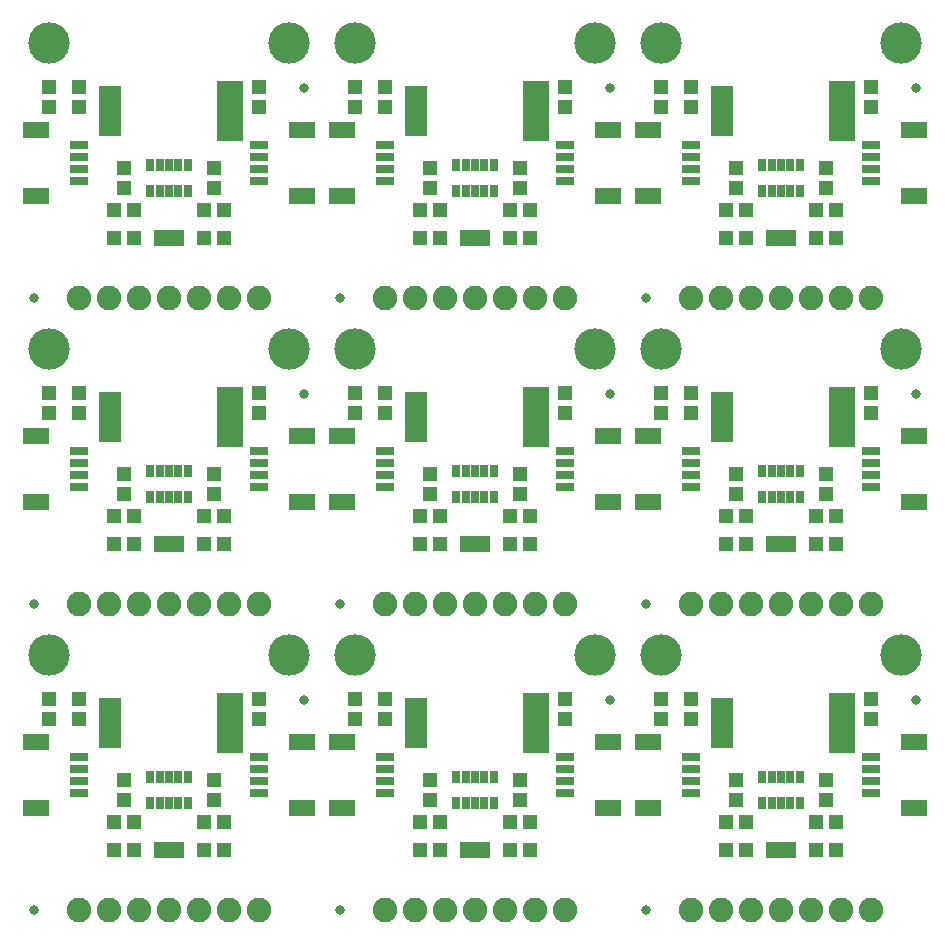
<source format=gts>
G75*
%MOIN*%
%OFA0B0*%
%FSLAX25Y25*%
%IPPOS*%
%LPD*%
%AMOC8*
5,1,8,0,0,1.08239X$1,22.5*
%
%ADD10R,0.08674X0.05524*%
%ADD11R,0.06115X0.03162*%
%ADD12R,0.05131X0.04737*%
%ADD13R,0.03300X0.05800*%
%ADD14C,0.13800*%
%ADD15C,0.03300*%
%ADD16C,0.08200*%
%ADD17R,0.08674X0.20485*%
%ADD18R,0.07493X0.16548*%
%ADD19R,0.02769X0.03950*%
%ADD20R,0.04737X0.05131*%
D10*
X0032031Y0065476D03*
X0032031Y0087524D03*
X0032031Y0167476D03*
X0032031Y0189524D03*
X0032031Y0269476D03*
X0032031Y0291524D03*
X0120969Y0291524D03*
X0134031Y0291524D03*
X0134031Y0269476D03*
X0120969Y0269476D03*
X0120969Y0189524D03*
X0134031Y0189524D03*
X0134031Y0167476D03*
X0120969Y0167476D03*
X0120969Y0087524D03*
X0134031Y0087524D03*
X0134031Y0065476D03*
X0120969Y0065476D03*
X0222969Y0065476D03*
X0236031Y0065476D03*
X0236031Y0087524D03*
X0222969Y0087524D03*
X0222969Y0167476D03*
X0236031Y0167476D03*
X0236031Y0189524D03*
X0222969Y0189524D03*
X0222969Y0269476D03*
X0236031Y0269476D03*
X0236031Y0291524D03*
X0222969Y0291524D03*
X0324969Y0291524D03*
X0324969Y0269476D03*
X0324969Y0189524D03*
X0324969Y0167476D03*
X0324969Y0087524D03*
X0324969Y0065476D03*
D11*
X0310500Y0070594D03*
X0310500Y0074531D03*
X0310500Y0078469D03*
X0310500Y0082406D03*
X0250500Y0082406D03*
X0250500Y0078469D03*
X0250500Y0074531D03*
X0250500Y0070594D03*
X0208500Y0070594D03*
X0208500Y0074531D03*
X0208500Y0078469D03*
X0208500Y0082406D03*
X0148500Y0082406D03*
X0148500Y0078469D03*
X0148500Y0074531D03*
X0148500Y0070594D03*
X0106500Y0070594D03*
X0106500Y0074531D03*
X0106500Y0078469D03*
X0106500Y0082406D03*
X0046500Y0082406D03*
X0046500Y0078469D03*
X0046500Y0074531D03*
X0046500Y0070594D03*
X0046500Y0172594D03*
X0046500Y0176531D03*
X0046500Y0180469D03*
X0046500Y0184406D03*
X0106500Y0184406D03*
X0106500Y0180469D03*
X0106500Y0176531D03*
X0106500Y0172594D03*
X0148500Y0172594D03*
X0148500Y0176531D03*
X0148500Y0180469D03*
X0148500Y0184406D03*
X0208500Y0184406D03*
X0208500Y0180469D03*
X0208500Y0176531D03*
X0208500Y0172594D03*
X0250500Y0172594D03*
X0250500Y0176531D03*
X0250500Y0180469D03*
X0250500Y0184406D03*
X0310500Y0184406D03*
X0310500Y0180469D03*
X0310500Y0176531D03*
X0310500Y0172594D03*
X0310500Y0274594D03*
X0310500Y0278531D03*
X0310500Y0282469D03*
X0310500Y0286406D03*
X0250500Y0286406D03*
X0250500Y0282469D03*
X0250500Y0278531D03*
X0250500Y0274594D03*
X0208500Y0274594D03*
X0208500Y0278531D03*
X0208500Y0282469D03*
X0208500Y0286406D03*
X0148500Y0286406D03*
X0148500Y0282469D03*
X0148500Y0278531D03*
X0148500Y0274594D03*
X0106500Y0274594D03*
X0106500Y0278531D03*
X0106500Y0282469D03*
X0106500Y0286406D03*
X0046500Y0286406D03*
X0046500Y0282469D03*
X0046500Y0278531D03*
X0046500Y0274594D03*
D12*
X0058154Y0265000D03*
X0064846Y0265000D03*
X0064846Y0255500D03*
X0058154Y0255500D03*
X0088154Y0255500D03*
X0094846Y0255500D03*
X0094846Y0265000D03*
X0088154Y0265000D03*
X0160154Y0265000D03*
X0166846Y0265000D03*
X0166846Y0255500D03*
X0160154Y0255500D03*
X0190154Y0255500D03*
X0196846Y0255500D03*
X0196846Y0265000D03*
X0190154Y0265000D03*
X0262154Y0265000D03*
X0268846Y0265000D03*
X0268846Y0255500D03*
X0262154Y0255500D03*
X0292154Y0255500D03*
X0298846Y0255500D03*
X0298846Y0265000D03*
X0292154Y0265000D03*
X0292154Y0163000D03*
X0298846Y0163000D03*
X0298846Y0153500D03*
X0292154Y0153500D03*
X0268846Y0153500D03*
X0262154Y0153500D03*
X0262154Y0163000D03*
X0268846Y0163000D03*
X0196846Y0163000D03*
X0190154Y0163000D03*
X0190154Y0153500D03*
X0196846Y0153500D03*
X0166846Y0153500D03*
X0160154Y0153500D03*
X0160154Y0163000D03*
X0166846Y0163000D03*
X0094846Y0163000D03*
X0088154Y0163000D03*
X0088154Y0153500D03*
X0094846Y0153500D03*
X0064846Y0153500D03*
X0058154Y0153500D03*
X0058154Y0163000D03*
X0064846Y0163000D03*
X0064846Y0061000D03*
X0058154Y0061000D03*
X0058154Y0051500D03*
X0064846Y0051500D03*
X0088154Y0051500D03*
X0094846Y0051500D03*
X0094846Y0061000D03*
X0088154Y0061000D03*
X0160154Y0061000D03*
X0166846Y0061000D03*
X0166846Y0051500D03*
X0160154Y0051500D03*
X0190154Y0051500D03*
X0196846Y0051500D03*
X0196846Y0061000D03*
X0190154Y0061000D03*
X0262154Y0061000D03*
X0268846Y0061000D03*
X0268846Y0051500D03*
X0262154Y0051500D03*
X0292154Y0051500D03*
X0298846Y0051500D03*
X0298846Y0061000D03*
X0292154Y0061000D03*
D13*
X0283700Y0051500D03*
X0280500Y0051500D03*
X0277300Y0051500D03*
X0181700Y0051500D03*
X0178500Y0051500D03*
X0175300Y0051500D03*
X0079700Y0051500D03*
X0076500Y0051500D03*
X0073300Y0051500D03*
X0073300Y0153500D03*
X0076500Y0153500D03*
X0079700Y0153500D03*
X0175300Y0153500D03*
X0178500Y0153500D03*
X0181700Y0153500D03*
X0277300Y0153500D03*
X0280500Y0153500D03*
X0283700Y0153500D03*
X0283700Y0255500D03*
X0280500Y0255500D03*
X0277300Y0255500D03*
X0181700Y0255500D03*
X0178500Y0255500D03*
X0175300Y0255500D03*
X0079700Y0255500D03*
X0076500Y0255500D03*
X0073300Y0255500D03*
D14*
X0036500Y0218500D03*
X0116500Y0218500D03*
X0138500Y0218500D03*
X0218500Y0218500D03*
X0240500Y0218500D03*
X0320500Y0218500D03*
X0320500Y0116500D03*
X0240500Y0116500D03*
X0218500Y0116500D03*
X0138500Y0116500D03*
X0116500Y0116500D03*
X0036500Y0116500D03*
X0036500Y0320500D03*
X0116500Y0320500D03*
X0138500Y0320500D03*
X0218500Y0320500D03*
X0240500Y0320500D03*
X0320500Y0320500D03*
D15*
X0031500Y0031500D03*
X0121500Y0101500D03*
X0133500Y0133500D03*
X0121500Y0203500D03*
X0133500Y0235500D03*
X0121500Y0305500D03*
X0031500Y0235500D03*
X0031500Y0133500D03*
X0133500Y0031500D03*
X0223500Y0101500D03*
X0235500Y0133500D03*
X0223500Y0203500D03*
X0235500Y0235500D03*
X0223500Y0305500D03*
X0325500Y0305500D03*
X0325500Y0203500D03*
X0325500Y0101500D03*
X0235500Y0031500D03*
D16*
X0250500Y0031500D03*
X0260500Y0031500D03*
X0270500Y0031500D03*
X0280500Y0031500D03*
X0290500Y0031500D03*
X0300500Y0031500D03*
X0310500Y0031500D03*
X0208500Y0031500D03*
X0198500Y0031500D03*
X0188500Y0031500D03*
X0178500Y0031500D03*
X0168500Y0031500D03*
X0158500Y0031500D03*
X0148500Y0031500D03*
X0106500Y0031500D03*
X0096500Y0031500D03*
X0086500Y0031500D03*
X0076500Y0031500D03*
X0066500Y0031500D03*
X0056500Y0031500D03*
X0046500Y0031500D03*
X0046500Y0133500D03*
X0056500Y0133500D03*
X0066500Y0133500D03*
X0076500Y0133500D03*
X0086500Y0133500D03*
X0096500Y0133500D03*
X0106500Y0133500D03*
X0148500Y0133500D03*
X0158500Y0133500D03*
X0168500Y0133500D03*
X0178500Y0133500D03*
X0188500Y0133500D03*
X0198500Y0133500D03*
X0208500Y0133500D03*
X0250500Y0133500D03*
X0260500Y0133500D03*
X0270500Y0133500D03*
X0280500Y0133500D03*
X0290500Y0133500D03*
X0300500Y0133500D03*
X0310500Y0133500D03*
X0310500Y0235500D03*
X0300500Y0235500D03*
X0290500Y0235500D03*
X0280500Y0235500D03*
X0270500Y0235500D03*
X0260500Y0235500D03*
X0250500Y0235500D03*
X0208500Y0235500D03*
X0198500Y0235500D03*
X0188500Y0235500D03*
X0178500Y0235500D03*
X0168500Y0235500D03*
X0158500Y0235500D03*
X0148500Y0235500D03*
X0106500Y0235500D03*
X0096500Y0235500D03*
X0086500Y0235500D03*
X0076500Y0235500D03*
X0066500Y0235500D03*
X0056500Y0235500D03*
X0046500Y0235500D03*
D17*
X0096776Y0196000D03*
X0198776Y0196000D03*
X0300776Y0196000D03*
X0300776Y0094000D03*
X0198776Y0094000D03*
X0096776Y0094000D03*
X0096776Y0298000D03*
X0198776Y0298000D03*
X0300776Y0298000D03*
D18*
X0260815Y0298000D03*
X0158815Y0298000D03*
X0056815Y0298000D03*
X0056815Y0196000D03*
X0158815Y0196000D03*
X0260815Y0196000D03*
X0260815Y0094000D03*
X0158815Y0094000D03*
X0056815Y0094000D03*
D19*
X0070201Y0075831D03*
X0073350Y0075831D03*
X0076500Y0075831D03*
X0079650Y0075831D03*
X0082799Y0075831D03*
X0082799Y0067169D03*
X0079650Y0067169D03*
X0076500Y0067169D03*
X0073350Y0067169D03*
X0070201Y0067169D03*
X0172201Y0067169D03*
X0175350Y0067169D03*
X0178500Y0067169D03*
X0181650Y0067169D03*
X0184799Y0067169D03*
X0184799Y0075831D03*
X0181650Y0075831D03*
X0178500Y0075831D03*
X0175350Y0075831D03*
X0172201Y0075831D03*
X0172201Y0169169D03*
X0175350Y0169169D03*
X0178500Y0169169D03*
X0181650Y0169169D03*
X0184799Y0169169D03*
X0184799Y0177831D03*
X0181650Y0177831D03*
X0178500Y0177831D03*
X0175350Y0177831D03*
X0172201Y0177831D03*
X0082799Y0177831D03*
X0079650Y0177831D03*
X0076500Y0177831D03*
X0073350Y0177831D03*
X0070201Y0177831D03*
X0070201Y0169169D03*
X0073350Y0169169D03*
X0076500Y0169169D03*
X0079650Y0169169D03*
X0082799Y0169169D03*
X0082799Y0271169D03*
X0079650Y0271169D03*
X0076500Y0271169D03*
X0073350Y0271169D03*
X0070201Y0271169D03*
X0070201Y0279831D03*
X0073350Y0279831D03*
X0076500Y0279831D03*
X0079650Y0279831D03*
X0082799Y0279831D03*
X0172201Y0279831D03*
X0175350Y0279831D03*
X0178500Y0279831D03*
X0181650Y0279831D03*
X0184799Y0279831D03*
X0184799Y0271169D03*
X0181650Y0271169D03*
X0178500Y0271169D03*
X0175350Y0271169D03*
X0172201Y0271169D03*
X0274201Y0271169D03*
X0277350Y0271169D03*
X0280500Y0271169D03*
X0283650Y0271169D03*
X0286799Y0271169D03*
X0286799Y0279831D03*
X0283650Y0279831D03*
X0280500Y0279831D03*
X0277350Y0279831D03*
X0274201Y0279831D03*
X0274201Y0177831D03*
X0277350Y0177831D03*
X0280500Y0177831D03*
X0283650Y0177831D03*
X0286799Y0177831D03*
X0286799Y0169169D03*
X0283650Y0169169D03*
X0280500Y0169169D03*
X0277350Y0169169D03*
X0274201Y0169169D03*
X0274201Y0075831D03*
X0277350Y0075831D03*
X0280500Y0075831D03*
X0283650Y0075831D03*
X0286799Y0075831D03*
X0286799Y0067169D03*
X0283650Y0067169D03*
X0280500Y0067169D03*
X0277350Y0067169D03*
X0274201Y0067169D03*
D20*
X0265500Y0068154D03*
X0265500Y0074846D03*
X0250500Y0095154D03*
X0250500Y0101846D03*
X0240500Y0101846D03*
X0240500Y0095154D03*
X0208500Y0095154D03*
X0208500Y0101846D03*
X0193500Y0074846D03*
X0193500Y0068154D03*
X0163500Y0068154D03*
X0163500Y0074846D03*
X0148500Y0095154D03*
X0148500Y0101846D03*
X0138500Y0101846D03*
X0138500Y0095154D03*
X0106500Y0095154D03*
X0106500Y0101846D03*
X0091500Y0074846D03*
X0091500Y0068154D03*
X0061500Y0068154D03*
X0061500Y0074846D03*
X0046500Y0095154D03*
X0046500Y0101846D03*
X0036500Y0101846D03*
X0036500Y0095154D03*
X0061500Y0170154D03*
X0061500Y0176846D03*
X0046500Y0197154D03*
X0046500Y0203846D03*
X0036500Y0203846D03*
X0036500Y0197154D03*
X0091500Y0176846D03*
X0091500Y0170154D03*
X0106500Y0197154D03*
X0106500Y0203846D03*
X0138500Y0203846D03*
X0138500Y0197154D03*
X0148500Y0197154D03*
X0148500Y0203846D03*
X0163500Y0176846D03*
X0163500Y0170154D03*
X0193500Y0170154D03*
X0193500Y0176846D03*
X0208500Y0197154D03*
X0208500Y0203846D03*
X0240500Y0203846D03*
X0240500Y0197154D03*
X0250500Y0197154D03*
X0250500Y0203846D03*
X0265500Y0176846D03*
X0265500Y0170154D03*
X0295500Y0170154D03*
X0295500Y0176846D03*
X0310500Y0197154D03*
X0310500Y0203846D03*
X0295500Y0272154D03*
X0295500Y0278846D03*
X0310500Y0299154D03*
X0310500Y0305846D03*
X0265500Y0278846D03*
X0265500Y0272154D03*
X0250500Y0299154D03*
X0250500Y0305846D03*
X0240500Y0305846D03*
X0240500Y0299154D03*
X0208500Y0299154D03*
X0208500Y0305846D03*
X0193500Y0278846D03*
X0193500Y0272154D03*
X0163500Y0272154D03*
X0163500Y0278846D03*
X0148500Y0299154D03*
X0148500Y0305846D03*
X0138500Y0305846D03*
X0138500Y0299154D03*
X0106500Y0299154D03*
X0106500Y0305846D03*
X0091500Y0278846D03*
X0091500Y0272154D03*
X0061500Y0272154D03*
X0061500Y0278846D03*
X0046500Y0299154D03*
X0046500Y0305846D03*
X0036500Y0305846D03*
X0036500Y0299154D03*
X0295500Y0074846D03*
X0295500Y0068154D03*
X0310500Y0095154D03*
X0310500Y0101846D03*
M02*

</source>
